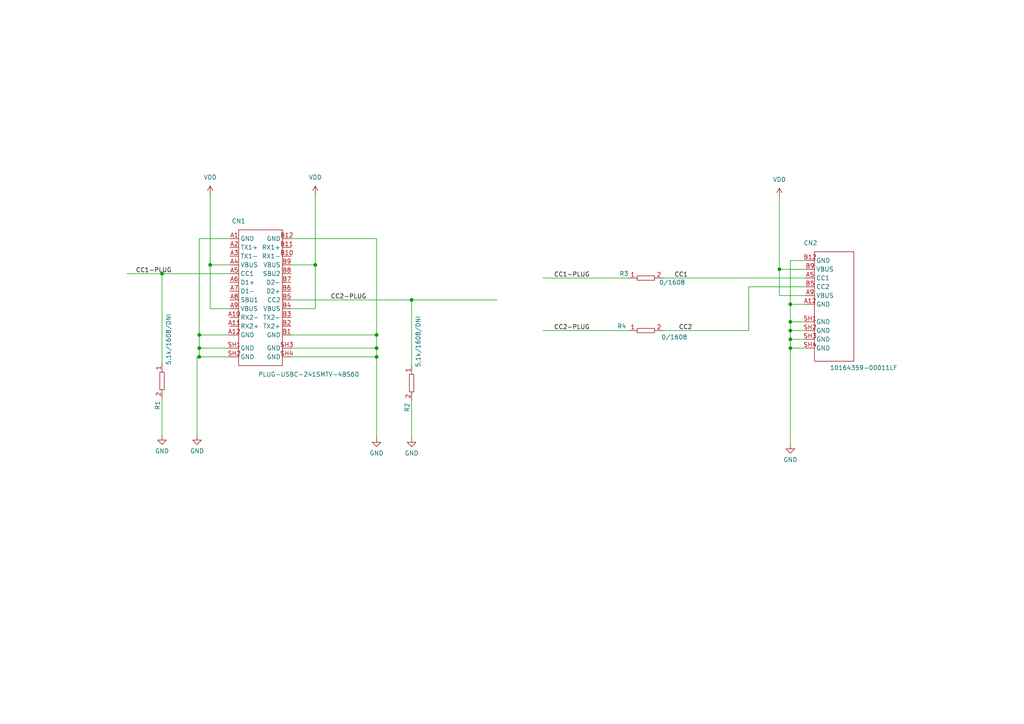
<source format=kicad_sch>
(kicad_sch (version 20230121) (generator eeschema)

  (uuid 51db28b6-3179-4aa9-a0af-a00b50b83245)

  (paper "A4")

  (lib_symbols
    (symbol "Amphenol ICC (FCI):10164359-00011LF" (in_bom yes) (on_board yes)
      (property "Reference" "CN" (at -3.81 16.51 0)
        (effects (font (size 1.27 1.27)))
      )
      (property "Value" "10164359-00011LF" (at 6.35 8.89 0)
        (effects (font (size 1.27 1.27)))
      )
      (property "Footprint" "Amphenol ICC (FCI):AMPHENOL_10164359-00011LF" (at 6.35 8.89 0)
        (effects (font (size 1.27 1.27)) hide)
      )
      (property "Datasheet" "" (at 6.35 8.89 0)
        (effects (font (size 1.27 1.27)) hide)
      )
      (symbol "10164359-00011LF_0_1"
        (rectangle (start -5.08 15.24) (end 6.35 -16.51)
          (stroke (width 0) (type default))
          (fill (type none))
        )
      )
      (symbol "10164359-00011LF_1_1"
        (pin passive line (at 8.89 0 180) (length 2.54)
          (name "GND" (effects (font (size 1.27 1.27))))
          (number "A12" (effects (font (size 1.27 1.27))))
        )
        (pin passive line (at 8.89 7.62 180) (length 2.54)
          (name "CC1" (effects (font (size 1.27 1.27))))
          (number "A5" (effects (font (size 1.27 1.27))))
        )
        (pin passive line (at 8.89 2.54 180) (length 2.54)
          (name "VBUS" (effects (font (size 1.27 1.27))))
          (number "A9" (effects (font (size 1.27 1.27))))
        )
        (pin passive line (at 8.89 12.7 180) (length 2.54)
          (name "GND" (effects (font (size 1.27 1.27))))
          (number "B12" (effects (font (size 1.27 1.27))))
        )
        (pin passive line (at 8.89 5.08 180) (length 2.54)
          (name "CC2" (effects (font (size 1.27 1.27))))
          (number "B5" (effects (font (size 1.27 1.27))))
        )
        (pin passive line (at 8.89 10.16 180) (length 2.54)
          (name "VBUS" (effects (font (size 1.27 1.27))))
          (number "B9" (effects (font (size 1.27 1.27))))
        )
        (pin passive line (at 8.89 -5.08 180) (length 2.54)
          (name "GND" (effects (font (size 1.27 1.27))))
          (number "SH1" (effects (font (size 1.27 1.27))))
        )
        (pin passive line (at 8.89 -7.62 180) (length 2.54)
          (name "GND" (effects (font (size 1.27 1.27))))
          (number "SH2" (effects (font (size 1.27 1.27))))
        )
        (pin passive line (at 8.89 -10.16 180) (length 2.54)
          (name "GND" (effects (font (size 1.27 1.27))))
          (number "SH3" (effects (font (size 1.27 1.27))))
        )
        (pin passive line (at 8.89 -12.7 180) (length 2.54)
          (name "GND" (effects (font (size 1.27 1.27))))
          (number "SH4" (effects (font (size 1.27 1.27))))
        )
      )
    )
    (symbol "GlobTek:PLUG-USBC-241SMTV-4BS60" (in_bom yes) (on_board yes)
      (property "Reference" "CN" (at -6.35 17.78 0)
        (effects (font (size 1.27 1.27)))
      )
      (property "Value" "PLUG-USBC-241SMTV-4BS60" (at 10.16 -26.67 0)
        (effects (font (size 1.27 1.27)))
      )
      (property "Footprint" "GlobTek:PLUG-USBC-241SMTV-4BS60" (at -5.08 -5.08 0)
        (effects (font (size 1.27 1.27)) hide)
      )
      (property "Datasheet" "" (at -11.43 -2.54 0)
        (effects (font (size 1.27 1.27)) hide)
      )
      (symbol "PLUG-USBC-241SMTV-4BS60_0_1"
        (rectangle (start -6.35 16.51) (end 6.35 -22.86)
          (stroke (width 0) (type default))
          (fill (type none))
        )
      )
      (symbol "PLUG-USBC-241SMTV-4BS60_1_1"
        (pin passive line (at -8.89 13.97 0) (length 2.54)
          (name "GND" (effects (font (size 1.27 1.27))))
          (number "A1" (effects (font (size 1.27 1.27))))
        )
        (pin passive line (at -8.89 -8.89 0) (length 2.54)
          (name "RX2-" (effects (font (size 1.27 1.27))))
          (number "A10" (effects (font (size 1.27 1.27))))
        )
        (pin passive line (at -8.89 -11.43 0) (length 2.54)
          (name "RX2+" (effects (font (size 1.27 1.27))))
          (number "A11" (effects (font (size 1.27 1.27))))
        )
        (pin passive line (at -8.89 -13.97 0) (length 2.54)
          (name "GND" (effects (font (size 1.27 1.27))))
          (number "A12" (effects (font (size 1.27 1.27))))
        )
        (pin passive line (at -8.89 11.43 0) (length 2.54)
          (name "TX1+" (effects (font (size 1.27 1.27))))
          (number "A2" (effects (font (size 1.27 1.27))))
        )
        (pin passive line (at -8.89 8.89 0) (length 2.54)
          (name "TX1-" (effects (font (size 1.27 1.27))))
          (number "A3" (effects (font (size 1.27 1.27))))
        )
        (pin passive line (at -8.89 6.35 0) (length 2.54)
          (name "VBUS" (effects (font (size 1.27 1.27))))
          (number "A4" (effects (font (size 1.27 1.27))))
        )
        (pin passive line (at -8.89 3.81 0) (length 2.54)
          (name "CC1" (effects (font (size 1.27 1.27))))
          (number "A5" (effects (font (size 1.27 1.27))))
        )
        (pin passive line (at -8.89 1.27 0) (length 2.54)
          (name "D1+" (effects (font (size 1.27 1.27))))
          (number "A6" (effects (font (size 1.27 1.27))))
        )
        (pin passive line (at -8.89 -1.27 0) (length 2.54)
          (name "D1-" (effects (font (size 1.27 1.27))))
          (number "A7" (effects (font (size 1.27 1.27))))
        )
        (pin passive line (at -8.89 -3.81 0) (length 2.54)
          (name "SBU1" (effects (font (size 1.27 1.27))))
          (number "A8" (effects (font (size 1.27 1.27))))
        )
        (pin passive line (at -8.89 -6.35 0) (length 2.54)
          (name "VBUS" (effects (font (size 1.27 1.27))))
          (number "A9" (effects (font (size 1.27 1.27))))
        )
        (pin passive line (at 8.89 -13.97 180) (length 2.54)
          (name "GND" (effects (font (size 1.27 1.27))))
          (number "B1" (effects (font (size 1.27 1.27))))
        )
        (pin passive line (at 8.89 8.89 180) (length 2.54)
          (name "RX1-" (effects (font (size 1.27 1.27))))
          (number "B10" (effects (font (size 1.27 1.27))))
        )
        (pin passive line (at 8.89 11.43 180) (length 2.54)
          (name "RX1+" (effects (font (size 1.27 1.27))))
          (number "B11" (effects (font (size 1.27 1.27))))
        )
        (pin passive line (at 8.89 13.97 180) (length 2.54)
          (name "GND" (effects (font (size 1.27 1.27))))
          (number "B12" (effects (font (size 1.27 1.27))))
        )
        (pin passive line (at 8.89 -11.43 180) (length 2.54)
          (name "TX2+" (effects (font (size 1.27 1.27))))
          (number "B2" (effects (font (size 1.27 1.27))))
        )
        (pin passive line (at 8.89 -8.89 180) (length 2.54)
          (name "TX2-" (effects (font (size 1.27 1.27))))
          (number "B3" (effects (font (size 1.27 1.27))))
        )
        (pin passive line (at 8.89 -6.35 180) (length 2.54)
          (name "VBUS" (effects (font (size 1.27 1.27))))
          (number "B4" (effects (font (size 1.27 1.27))))
        )
        (pin passive line (at 8.89 -3.81 180) (length 2.54)
          (name "CC2" (effects (font (size 1.27 1.27))))
          (number "B5" (effects (font (size 1.27 1.27))))
        )
        (pin passive line (at 8.89 -1.27 180) (length 2.54)
          (name "D2+" (effects (font (size 1.27 1.27))))
          (number "B6" (effects (font (size 1.27 1.27))))
        )
        (pin passive line (at 8.89 1.27 180) (length 2.54)
          (name "D2-" (effects (font (size 1.27 1.27))))
          (number "B7" (effects (font (size 1.27 1.27))))
        )
        (pin passive line (at 8.89 3.81 180) (length 2.54)
          (name "SBU2" (effects (font (size 1.27 1.27))))
          (number "B8" (effects (font (size 1.27 1.27))))
        )
        (pin passive line (at 8.89 6.35 180) (length 2.54)
          (name "VBUS" (effects (font (size 1.27 1.27))))
          (number "B9" (effects (font (size 1.27 1.27))))
        )
        (pin passive line (at -8.89 -17.78 0) (length 2.54)
          (name "GND" (effects (font (size 1.27 1.27))))
          (number "SH1" (effects (font (size 1.27 1.27))))
        )
        (pin passive line (at -8.89 -20.32 0) (length 2.54)
          (name "GND" (effects (font (size 1.27 1.27))))
          (number "SH2" (effects (font (size 1.27 1.27))))
        )
        (pin passive line (at 8.89 -17.78 180) (length 2.54)
          (name "GND" (effects (font (size 1.27 1.27))))
          (number "SH3" (effects (font (size 1.27 1.27))))
        )
        (pin passive line (at 8.89 -20.32 180) (length 2.54)
          (name "GND" (effects (font (size 1.27 1.27))))
          (number "SH4" (effects (font (size 1.27 1.27))))
        )
      )
    )
    (symbol "generic:R1608" (pin_names hide) (in_bom yes) (on_board yes)
      (property "Reference" "R" (at -8.255 1.27 0)
        (effects (font (size 1.27 1.27)))
      )
      (property "Value" "" (at 0 0 0)
        (effects (font (size 1.27 1.27)))
      )
      (property "Footprint" "generic:generic-r1608" (at 0 0 0)
        (effects (font (size 1.27 1.27)) hide)
      )
      (property "Datasheet" "" (at 0 0 0)
        (effects (font (size 1.27 1.27)) hide)
      )
      (symbol "R1608_0_1"
        (rectangle (start -2.54 0.635) (end 2.54 -0.635)
          (stroke (width 0) (type default))
          (fill (type none))
        )
      )
      (symbol "R1608_1_1"
        (pin passive line (at -5.08 0 0) (length 2.54)
          (name "1" (effects (font (size 1.27 1.27))))
          (number "1" (effects (font (size 1.27 1.27))))
        )
        (pin passive line (at 5.08 0 180) (length 2.54)
          (name "2" (effects (font (size 1.27 1.27))))
          (number "2" (effects (font (size 1.27 1.27))))
        )
      )
    )
    (symbol "generic:R1608-DNI" (pin_names hide) (in_bom yes) (on_board yes)
      (property "Reference" "R" (at -8.255 1.27 0)
        (effects (font (size 1.27 1.27)))
      )
      (property "Value" "" (at 0 0 0)
        (effects (font (size 1.27 1.27)))
      )
      (property "Footprint" "generic:generic-r1608-DNI" (at 0 0 0)
        (effects (font (size 1.27 1.27)) hide)
      )
      (property "Datasheet" "" (at 0 0 0)
        (effects (font (size 1.27 1.27)) hide)
      )
      (symbol "R1608-DNI_0_1"
        (rectangle (start -2.54 0.635) (end 2.54 -0.635)
          (stroke (width 0) (type default))
          (fill (type none))
        )
      )
      (symbol "R1608-DNI_1_1"
        (pin passive line (at -5.08 0 0) (length 2.54)
          (name "1" (effects (font (size 1.27 1.27))))
          (number "1" (effects (font (size 1.27 1.27))))
        )
        (pin passive line (at 5.08 0 180) (length 2.54)
          (name "2" (effects (font (size 1.27 1.27))))
          (number "2" (effects (font (size 1.27 1.27))))
        )
      )
    )
    (symbol "power:GND" (power) (pin_names (offset 0)) (in_bom yes) (on_board yes)
      (property "Reference" "#PWR" (at 0 -6.35 0)
        (effects (font (size 1.27 1.27)) hide)
      )
      (property "Value" "GND" (at 0 -3.81 0)
        (effects (font (size 1.27 1.27)))
      )
      (property "Footprint" "" (at 0 0 0)
        (effects (font (size 1.27 1.27)) hide)
      )
      (property "Datasheet" "" (at 0 0 0)
        (effects (font (size 1.27 1.27)) hide)
      )
      (property "ki_keywords" "global power" (at 0 0 0)
        (effects (font (size 1.27 1.27)) hide)
      )
      (property "ki_description" "Power symbol creates a global label with name \"GND\" , ground" (at 0 0 0)
        (effects (font (size 1.27 1.27)) hide)
      )
      (symbol "GND_0_1"
        (polyline
          (pts
            (xy 0 0)
            (xy 0 -1.27)
            (xy 1.27 -1.27)
            (xy 0 -2.54)
            (xy -1.27 -1.27)
            (xy 0 -1.27)
          )
          (stroke (width 0) (type default))
          (fill (type none))
        )
      )
      (symbol "GND_1_1"
        (pin power_in line (at 0 0 270) (length 0) hide
          (name "GND" (effects (font (size 1.27 1.27))))
          (number "1" (effects (font (size 1.27 1.27))))
        )
      )
    )
    (symbol "power:VDD" (power) (pin_names (offset 0)) (in_bom yes) (on_board yes)
      (property "Reference" "#PWR" (at 0 -3.81 0)
        (effects (font (size 1.27 1.27)) hide)
      )
      (property "Value" "VDD" (at 0 3.81 0)
        (effects (font (size 1.27 1.27)))
      )
      (property "Footprint" "" (at 0 0 0)
        (effects (font (size 1.27 1.27)) hide)
      )
      (property "Datasheet" "" (at 0 0 0)
        (effects (font (size 1.27 1.27)) hide)
      )
      (property "ki_keywords" "global power" (at 0 0 0)
        (effects (font (size 1.27 1.27)) hide)
      )
      (property "ki_description" "Power symbol creates a global label with name \"VDD\"" (at 0 0 0)
        (effects (font (size 1.27 1.27)) hide)
      )
      (symbol "VDD_0_1"
        (polyline
          (pts
            (xy -0.762 1.27)
            (xy 0 2.54)
          )
          (stroke (width 0) (type default))
          (fill (type none))
        )
        (polyline
          (pts
            (xy 0 0)
            (xy 0 2.54)
          )
          (stroke (width 0) (type default))
          (fill (type none))
        )
        (polyline
          (pts
            (xy 0 2.54)
            (xy 0.762 1.27)
          )
          (stroke (width 0) (type default))
          (fill (type none))
        )
      )
      (symbol "VDD_1_1"
        (pin power_in line (at 0 0 90) (length 0) hide
          (name "VDD" (effects (font (size 1.27 1.27))))
          (number "1" (effects (font (size 1.27 1.27))))
        )
      )
    )
  )

  (junction (at 229.235 98.425) (diameter 0) (color 0 0 0 0)
    (uuid 01282d99-7d45-4713-b4b5-bd918b87ea94)
  )
  (junction (at 57.785 97.155) (diameter 0) (color 0 0 0 0)
    (uuid 124379ec-cd8e-4913-a438-9769a62d6b11)
  )
  (junction (at 229.235 95.885) (diameter 0) (color 0 0 0 0)
    (uuid 1b630d0f-03f2-451e-9b9e-f76e7986409b)
  )
  (junction (at 57.785 103.505) (diameter 0) (color 0 0 0 0)
    (uuid 1c42c0e3-97b4-47d1-ab9f-c5733cad00fe)
  )
  (junction (at 57.785 100.965) (diameter 0) (color 0 0 0 0)
    (uuid 2b398383-6220-4226-b21f-5636550d3546)
  )
  (junction (at 226.06 78.105) (diameter 0) (color 0 0 0 0)
    (uuid 344dacac-5f41-419b-a4e5-39c786a2aee7)
  )
  (junction (at 119.38 86.995) (diameter 0) (color 0 0 0 0)
    (uuid 4276ba27-d181-4445-85a0-d4383713f916)
  )
  (junction (at 229.235 88.265) (diameter 0) (color 0 0 0 0)
    (uuid 57280916-e9f6-46bf-84f0-ee0730d5e5f4)
  )
  (junction (at 109.22 97.155) (diameter 0) (color 0 0 0 0)
    (uuid 5b6d085b-e195-4800-ac71-53a35c799d9b)
  )
  (junction (at 60.96 76.835) (diameter 0) (color 0 0 0 0)
    (uuid 626e024f-3a11-457c-992b-f0064edba15c)
  )
  (junction (at 109.22 100.965) (diameter 0) (color 0 0 0 0)
    (uuid 7ca64e39-e4e6-4633-9ebc-a349bd3f210f)
  )
  (junction (at 91.44 76.835) (diameter 0) (color 0 0 0 0)
    (uuid 9334a3df-b840-4d7a-a6cd-d8d36860f392)
  )
  (junction (at 109.22 103.505) (diameter 0) (color 0 0 0 0)
    (uuid ba0f4052-f167-44a0-97c2-e2243bc99d46)
  )
  (junction (at 46.99 79.375) (diameter 0) (color 0 0 0 0)
    (uuid bbc9f98f-cfcd-4a0d-8fe6-77977bd144ba)
  )
  (junction (at 229.235 100.965) (diameter 0) (color 0 0 0 0)
    (uuid bd8ac89d-14ed-4cd7-bbe5-567fcf5462ff)
  )
  (junction (at 229.235 93.345) (diameter 0) (color 0 0 0 0)
    (uuid c130b181-50a9-48f2-9a28-d3ca8c6d59a2)
  )

  (wire (pts (xy 57.785 103.505) (xy 57.785 100.965))
    (stroke (width 0) (type default))
    (uuid 07fbe81d-556d-45af-9086-5cc9ac3c8259)
  )
  (wire (pts (xy 229.235 88.265) (xy 229.235 93.345))
    (stroke (width 0) (type default))
    (uuid 10111a29-99f3-4a57-a1e9-16837ee07ac7)
  )
  (wire (pts (xy 57.15 126.365) (xy 57.15 103.505))
    (stroke (width 0) (type default))
    (uuid 163691ca-cfba-45a8-a828-bbd92e78d439)
  )
  (wire (pts (xy 60.96 56.515) (xy 60.96 76.835))
    (stroke (width 0) (type default))
    (uuid 16899bf1-fad0-43c5-b610-1b090b12fd69)
  )
  (wire (pts (xy 109.22 97.155) (xy 109.22 69.215))
    (stroke (width 0) (type default))
    (uuid 21f2d3f3-e686-432e-8263-2cabfef4b086)
  )
  (wire (pts (xy 91.44 76.835) (xy 91.44 89.535))
    (stroke (width 0) (type default))
    (uuid 264d8e37-119b-45e4-ac7a-4ab2b6b02183)
  )
  (wire (pts (xy 84.455 76.835) (xy 91.44 76.835))
    (stroke (width 0) (type default))
    (uuid 29b6b36d-15ec-4502-b5e6-e0a74efbf0f4)
  )
  (wire (pts (xy 109.22 100.965) (xy 109.22 97.155))
    (stroke (width 0) (type default))
    (uuid 3178cc58-7458-41b6-a8f3-afc62d3f4d08)
  )
  (wire (pts (xy 109.22 127) (xy 109.22 103.505))
    (stroke (width 0) (type default))
    (uuid 3d6649aa-2d4b-48f8-b5ef-e76f18f369f7)
  )
  (wire (pts (xy 57.785 103.505) (xy 66.675 103.505))
    (stroke (width 0) (type default))
    (uuid 4290a7e4-2298-4d62-aee2-40b31d7984fc)
  )
  (wire (pts (xy 226.06 57.15) (xy 226.06 78.105))
    (stroke (width 0) (type default))
    (uuid 481f176b-b68b-49a8-b601-0d18585a26bb)
  )
  (wire (pts (xy 157.48 95.885) (xy 182.245 95.885))
    (stroke (width 0) (type default))
    (uuid 497414f8-ef28-4871-867c-82c8561d528d)
  )
  (wire (pts (xy 229.235 100.965) (xy 229.235 128.905))
    (stroke (width 0) (type default))
    (uuid 4c57e3b1-37d1-4a60-89ed-66671af94578)
  )
  (wire (pts (xy 119.38 127) (xy 119.38 116.205))
    (stroke (width 0) (type default))
    (uuid 4e89679c-9cb5-453b-93db-a5fbcc7208e7)
  )
  (wire (pts (xy 226.06 78.105) (xy 233.68 78.105))
    (stroke (width 0) (type default))
    (uuid 516d3c7e-1fe0-4393-b403-cd2f055ad640)
  )
  (wire (pts (xy 91.44 89.535) (xy 84.455 89.535))
    (stroke (width 0) (type default))
    (uuid 5336ab8d-9220-4f61-8a95-526869fb8830)
  )
  (wire (pts (xy 60.96 76.835) (xy 66.675 76.835))
    (stroke (width 0) (type default))
    (uuid 5a5e93c6-9cda-466a-9689-2c960f3d23c4)
  )
  (wire (pts (xy 109.22 69.215) (xy 84.455 69.215))
    (stroke (width 0) (type default))
    (uuid 5d889a74-a81b-4a46-ae1a-f6045ca106b9)
  )
  (wire (pts (xy 233.68 85.725) (xy 226.06 85.725))
    (stroke (width 0) (type default))
    (uuid 5e8fbdf4-daf7-4a58-a69d-3366b683b824)
  )
  (wire (pts (xy 119.38 86.995) (xy 144.145 86.995))
    (stroke (width 0) (type default))
    (uuid 6909a671-3716-4f92-b907-b4a181eb72ae)
  )
  (wire (pts (xy 229.235 93.345) (xy 233.68 93.345))
    (stroke (width 0) (type default))
    (uuid 6c6f18c4-9bc4-4996-95ef-c95dad445c88)
  )
  (wire (pts (xy 157.48 80.645) (xy 182.245 80.645))
    (stroke (width 0) (type default))
    (uuid 6ef9f82d-3f25-40cc-812e-b16c52a0f462)
  )
  (wire (pts (xy 57.785 97.155) (xy 57.785 69.215))
    (stroke (width 0) (type default))
    (uuid 70bdc3a0-e3e1-449f-a2cc-d11f69896176)
  )
  (wire (pts (xy 229.235 100.965) (xy 233.68 100.965))
    (stroke (width 0) (type default))
    (uuid 72e70da4-9612-4235-b1e5-c44c15602331)
  )
  (wire (pts (xy 91.44 56.515) (xy 91.44 76.835))
    (stroke (width 0) (type default))
    (uuid 76024b56-5a96-4fd9-b6fe-e42b2c94f8c5)
  )
  (wire (pts (xy 60.96 89.535) (xy 60.96 76.835))
    (stroke (width 0) (type default))
    (uuid 76572a8a-8c80-40f6-a115-9e18fa6eefa7)
  )
  (wire (pts (xy 57.15 103.505) (xy 57.785 103.505))
    (stroke (width 0) (type default))
    (uuid 7710a1dc-2991-49cb-b653-b53ebbaa2d13)
  )
  (wire (pts (xy 233.68 75.565) (xy 229.235 75.565))
    (stroke (width 0) (type default))
    (uuid 7c72f3c6-2bd3-4c4e-9c1b-04f95e349fdd)
  )
  (wire (pts (xy 229.235 93.345) (xy 229.235 95.885))
    (stroke (width 0) (type default))
    (uuid 8487f679-3f94-4ade-8647-234d96f78118)
  )
  (wire (pts (xy 57.785 69.215) (xy 66.675 69.215))
    (stroke (width 0) (type default))
    (uuid 8a9ce5d1-6676-4d1e-814a-af9b600efc69)
  )
  (wire (pts (xy 229.235 75.565) (xy 229.235 88.265))
    (stroke (width 0) (type default))
    (uuid 8d982af7-c6aa-47f1-876c-5d34a1a64e71)
  )
  (wire (pts (xy 84.455 100.965) (xy 109.22 100.965))
    (stroke (width 0) (type default))
    (uuid 8dea2135-0404-4961-b0f8-67b2cc1caa5c)
  )
  (wire (pts (xy 36.83 79.375) (xy 46.99 79.375))
    (stroke (width 0) (type default))
    (uuid 8e668cd4-b4d9-4f32-b98b-48cec158b548)
  )
  (wire (pts (xy 192.405 80.645) (xy 233.68 80.645))
    (stroke (width 0) (type default))
    (uuid 909b1915-c0c2-4ab1-9d31-61399362a5f3)
  )
  (wire (pts (xy 46.99 79.375) (xy 66.675 79.375))
    (stroke (width 0) (type default))
    (uuid 90de23bf-0544-45da-ae6a-8a1c4112f267)
  )
  (wire (pts (xy 84.455 103.505) (xy 109.22 103.505))
    (stroke (width 0) (type default))
    (uuid 9399faeb-6c1e-4233-ae3c-1b7f225019db)
  )
  (wire (pts (xy 109.22 103.505) (xy 109.22 100.965))
    (stroke (width 0) (type default))
    (uuid 997d575e-8210-420c-855a-9598136859be)
  )
  (wire (pts (xy 226.06 85.725) (xy 226.06 78.105))
    (stroke (width 0) (type default))
    (uuid a15a7e6d-5aac-4cc4-a375-000545047a89)
  )
  (wire (pts (xy 229.235 95.885) (xy 229.235 98.425))
    (stroke (width 0) (type default))
    (uuid a5e6a47c-2a1e-494a-aa98-572ce193f08a)
  )
  (wire (pts (xy 233.68 88.265) (xy 229.235 88.265))
    (stroke (width 0) (type default))
    (uuid aeb73083-abbc-4154-adce-c5a60d3379c6)
  )
  (wire (pts (xy 84.455 97.155) (xy 109.22 97.155))
    (stroke (width 0) (type default))
    (uuid b7bea384-15b4-4259-8af3-551d09ef7968)
  )
  (wire (pts (xy 192.405 95.885) (xy 217.17 95.885))
    (stroke (width 0) (type default))
    (uuid bbb2d2a6-3912-4534-a2e8-c0f39c89af23)
  )
  (wire (pts (xy 57.785 97.155) (xy 66.675 97.155))
    (stroke (width 0) (type default))
    (uuid bc54d596-1fe8-44db-b1cd-99d822e863a6)
  )
  (wire (pts (xy 46.99 79.375) (xy 46.99 105.41))
    (stroke (width 0) (type default))
    (uuid bcabbd78-321b-4e03-a7f1-9aefcaa99fef)
  )
  (wire (pts (xy 84.455 86.995) (xy 119.38 86.995))
    (stroke (width 0) (type default))
    (uuid c93256b4-ce1d-451f-bf6c-8cc87cf6dba7)
  )
  (wire (pts (xy 119.38 86.995) (xy 119.38 106.045))
    (stroke (width 0) (type default))
    (uuid caa6d20c-2886-4ff7-a735-76d024f422cf)
  )
  (wire (pts (xy 229.235 95.885) (xy 233.68 95.885))
    (stroke (width 0) (type default))
    (uuid d1e42376-8365-44b8-8ab6-0d94f1cc6b65)
  )
  (wire (pts (xy 217.17 83.185) (xy 217.17 95.885))
    (stroke (width 0) (type default))
    (uuid d4a87008-a003-48d6-9790-5c75ae784837)
  )
  (wire (pts (xy 57.785 100.965) (xy 66.675 100.965))
    (stroke (width 0) (type default))
    (uuid d9154307-981a-4477-9844-27b015677b28)
  )
  (wire (pts (xy 233.68 83.185) (xy 217.17 83.185))
    (stroke (width 0) (type default))
    (uuid de9ef682-2097-4b34-b5a3-c7049c2f0812)
  )
  (wire (pts (xy 57.785 100.965) (xy 57.785 97.155))
    (stroke (width 0) (type default))
    (uuid e596f01a-0c31-417d-b185-03354ff993c0)
  )
  (wire (pts (xy 229.235 98.425) (xy 233.68 98.425))
    (stroke (width 0) (type default))
    (uuid e6955a73-ca12-486e-aa92-8bcc30915fd1)
  )
  (wire (pts (xy 66.675 89.535) (xy 60.96 89.535))
    (stroke (width 0) (type default))
    (uuid f3a69cc0-ab27-4b06-8b4f-fd565a01306e)
  )
  (wire (pts (xy 46.99 115.57) (xy 46.99 126.365))
    (stroke (width 0) (type default))
    (uuid f6cccc8c-e353-4e80-8edc-db427c9d29cf)
  )
  (wire (pts (xy 229.235 98.425) (xy 229.235 100.965))
    (stroke (width 0) (type default))
    (uuid f7f51597-14a5-4b7e-891e-8447900b5f4e)
  )

  (label "CC1" (at 195.58 80.645 0) (fields_autoplaced)
    (effects (font (size 1.27 1.27)) (justify left bottom))
    (uuid 3cef1756-cbc9-4ec1-8482-0d1b5a8f85fa)
  )
  (label "CC2" (at 196.85 95.885 0) (fields_autoplaced)
    (effects (font (size 1.27 1.27)) (justify left bottom))
    (uuid 50e02e6c-c376-4bd4-9092-6ebc315f7a45)
  )
  (label "CC2-PLUG" (at 160.655 95.885 0) (fields_autoplaced)
    (effects (font (size 1.27 1.27)) (justify left bottom))
    (uuid 6a75a155-574f-4839-9335-45c54e53af31)
  )
  (label "CC1-PLUG" (at 39.37 79.375 0) (fields_autoplaced)
    (effects (font (size 1.27 1.27)) (justify left bottom))
    (uuid 6d7d0b7e-8d79-498b-903e-b1b99187ea4b)
  )
  (label "CC1-PLUG" (at 160.655 80.645 0) (fields_autoplaced)
    (effects (font (size 1.27 1.27)) (justify left bottom))
    (uuid 9dd7eb31-ad3b-41b6-aa47-1bdc9bf66022)
  )
  (label "CC2-PLUG" (at 95.885 86.995 0) (fields_autoplaced)
    (effects (font (size 1.27 1.27)) (justify left bottom))
    (uuid ecbfda2f-c89a-4426-a280-8b636696c2af)
  )

  (symbol (lib_id "generic:R1608") (at 187.325 80.645 0) (unit 1)
    (in_bom yes) (on_board yes) (dnp no)
    (uuid 19256f24-85a6-4a51-a6f4-b2e5286bd647)
    (property "Reference" "R3" (at 180.975 79.375 0)
      (effects (font (size 1.27 1.27)))
    )
    (property "Value" "0/1608" (at 194.945 81.915 0)
      (effects (font (size 1.27 1.27)))
    )
    (property "Footprint" "generic:generic-r1608" (at 187.325 80.645 0)
      (effects (font (size 1.27 1.27)) hide)
    )
    (property "Datasheet" "" (at 187.325 80.645 0)
      (effects (font (size 1.27 1.27)) hide)
    )
    (pin "1" (uuid 0240e39e-7baa-4039-9c35-028cc10a87fe))
    (pin "2" (uuid 5ca450f8-0df3-4c31-8d30-5d52b491667a))
    (instances
      (project "JUICEJACK-DEFENDER"
        (path "/51db28b6-3179-4aa9-a0af-a00b50b83245"
          (reference "R3") (unit 1)
        )
      )
    )
  )

  (symbol (lib_id "power:GND") (at 229.235 128.905 0) (unit 1)
    (in_bom yes) (on_board yes) (dnp no) (fields_autoplaced)
    (uuid 1dc1c9be-da1b-451c-b74c-3893aa94d5b8)
    (property "Reference" "#PWR03" (at 229.235 135.255 0)
      (effects (font (size 1.27 1.27)) hide)
    )
    (property "Value" "GND" (at 229.235 133.35 0)
      (effects (font (size 1.27 1.27)))
    )
    (property "Footprint" "" (at 229.235 128.905 0)
      (effects (font (size 1.27 1.27)) hide)
    )
    (property "Datasheet" "" (at 229.235 128.905 0)
      (effects (font (size 1.27 1.27)) hide)
    )
    (pin "1" (uuid 73fd4f9c-4a4d-407e-8cc2-79cfd28d70ee))
    (instances
      (project "JUICEJACK-DEFENDER"
        (path "/51db28b6-3179-4aa9-a0af-a00b50b83245"
          (reference "#PWR03") (unit 1)
        )
      )
    )
  )

  (symbol (lib_id "power:VDD") (at 91.44 56.515 0) (unit 1)
    (in_bom yes) (on_board yes) (dnp no) (fields_autoplaced)
    (uuid 3fdcdca3-5279-41b8-b4a4-b3ab07d67901)
    (property "Reference" "#PWR04" (at 91.44 60.325 0)
      (effects (font (size 1.27 1.27)) hide)
    )
    (property "Value" "VDD" (at 91.44 51.435 0)
      (effects (font (size 1.27 1.27)))
    )
    (property "Footprint" "" (at 91.44 56.515 0)
      (effects (font (size 1.27 1.27)) hide)
    )
    (property "Datasheet" "" (at 91.44 56.515 0)
      (effects (font (size 1.27 1.27)) hide)
    )
    (pin "1" (uuid 5113b3c3-9a89-4015-82ff-47030f74ff6d))
    (instances
      (project "JUICEJACK-DEFENDER"
        (path "/51db28b6-3179-4aa9-a0af-a00b50b83245"
          (reference "#PWR04") (unit 1)
        )
      )
    )
  )

  (symbol (lib_id "power:GND") (at 46.99 126.365 0) (unit 1)
    (in_bom yes) (on_board yes) (dnp no) (fields_autoplaced)
    (uuid 5046a327-4a6b-4eba-bc40-b648f3d0d145)
    (property "Reference" "#PWR07" (at 46.99 132.715 0)
      (effects (font (size 1.27 1.27)) hide)
    )
    (property "Value" "GND" (at 46.99 130.81 0)
      (effects (font (size 1.27 1.27)))
    )
    (property "Footprint" "" (at 46.99 126.365 0)
      (effects (font (size 1.27 1.27)) hide)
    )
    (property "Datasheet" "" (at 46.99 126.365 0)
      (effects (font (size 1.27 1.27)) hide)
    )
    (pin "1" (uuid 6ce253af-84ac-490e-81e4-f8bfeb6de253))
    (instances
      (project "JUICEJACK-DEFENDER"
        (path "/51db28b6-3179-4aa9-a0af-a00b50b83245"
          (reference "#PWR07") (unit 1)
        )
      )
    )
  )

  (symbol (lib_id "power:GND") (at 109.22 127 0) (unit 1)
    (in_bom yes) (on_board yes) (dnp no) (fields_autoplaced)
    (uuid 73369157-42d2-44b0-813d-26441b98af90)
    (property "Reference" "#PWR01" (at 109.22 133.35 0)
      (effects (font (size 1.27 1.27)) hide)
    )
    (property "Value" "GND" (at 109.22 131.445 0)
      (effects (font (size 1.27 1.27)))
    )
    (property "Footprint" "" (at 109.22 127 0)
      (effects (font (size 1.27 1.27)) hide)
    )
    (property "Datasheet" "" (at 109.22 127 0)
      (effects (font (size 1.27 1.27)) hide)
    )
    (pin "1" (uuid 90d5ec96-2d18-4047-9968-f48d86cc5918))
    (instances
      (project "JUICEJACK-DEFENDER"
        (path "/51db28b6-3179-4aa9-a0af-a00b50b83245"
          (reference "#PWR01") (unit 1)
        )
      )
    )
  )

  (symbol (lib_id "generic:R1608-DNI") (at 46.99 110.49 270) (unit 1)
    (in_bom yes) (on_board yes) (dnp no)
    (uuid 785e75c3-9f6a-49c9-aff7-f5620dfff9a0)
    (property "Reference" "R1" (at 45.72 116.205 0)
      (effects (font (size 1.27 1.27)) (justify left))
    )
    (property "Value" "5.1k/1608/DNI" (at 48.895 98.425 0)
      (effects (font (size 1.27 1.27)))
    )
    (property "Footprint" "generic:generic-r1608-DNI" (at 46.99 110.49 0)
      (effects (font (size 1.27 1.27)) hide)
    )
    (property "Datasheet" "" (at 46.99 110.49 0)
      (effects (font (size 1.27 1.27)) hide)
    )
    (pin "2" (uuid 1a0a9ce5-6a5e-41ea-bbf5-1bda60dc9bda))
    (pin "1" (uuid 524e91de-c92c-4426-af11-667e8c209b3c))
    (instances
      (project "JUICEJACK-DEFENDER"
        (path "/51db28b6-3179-4aa9-a0af-a00b50b83245"
          (reference "R1") (unit 1)
        )
      )
    )
  )

  (symbol (lib_id "power:VDD") (at 226.06 57.15 0) (unit 1)
    (in_bom yes) (on_board yes) (dnp no) (fields_autoplaced)
    (uuid 801e8073-4660-4dcf-bd5e-974940c8383a)
    (property "Reference" "#PWR06" (at 226.06 60.96 0)
      (effects (font (size 1.27 1.27)) hide)
    )
    (property "Value" "VDD" (at 226.06 52.07 0)
      (effects (font (size 1.27 1.27)))
    )
    (property "Footprint" "" (at 226.06 57.15 0)
      (effects (font (size 1.27 1.27)) hide)
    )
    (property "Datasheet" "" (at 226.06 57.15 0)
      (effects (font (size 1.27 1.27)) hide)
    )
    (pin "1" (uuid 15295b21-09f5-42a3-8971-bcf738630f32))
    (instances
      (project "JUICEJACK-DEFENDER"
        (path "/51db28b6-3179-4aa9-a0af-a00b50b83245"
          (reference "#PWR06") (unit 1)
        )
      )
    )
  )

  (symbol (lib_id "power:GND") (at 57.15 126.365 0) (unit 1)
    (in_bom yes) (on_board yes) (dnp no) (fields_autoplaced)
    (uuid 9ceda01a-1bec-4e44-af55-ebcd85801360)
    (property "Reference" "#PWR02" (at 57.15 132.715 0)
      (effects (font (size 1.27 1.27)) hide)
    )
    (property "Value" "GND" (at 57.15 130.81 0)
      (effects (font (size 1.27 1.27)))
    )
    (property "Footprint" "" (at 57.15 126.365 0)
      (effects (font (size 1.27 1.27)) hide)
    )
    (property "Datasheet" "" (at 57.15 126.365 0)
      (effects (font (size 1.27 1.27)) hide)
    )
    (pin "1" (uuid f068f9f4-6fd3-4965-8923-235c6b21daa7))
    (instances
      (project "JUICEJACK-DEFENDER"
        (path "/51db28b6-3179-4aa9-a0af-a00b50b83245"
          (reference "#PWR02") (unit 1)
        )
      )
    )
  )

  (symbol (lib_id "generic:R1608-DNI") (at 119.38 111.125 270) (unit 1)
    (in_bom yes) (on_board yes) (dnp no)
    (uuid c974468f-8ede-4eaa-a675-b2a5641162d7)
    (property "Reference" "R2" (at 118.11 116.84 0)
      (effects (font (size 1.27 1.27)) (justify left))
    )
    (property "Value" "5.1k/1608/DNI" (at 121.285 99.06 0)
      (effects (font (size 1.27 1.27)))
    )
    (property "Footprint" "generic:generic-r1608-DNI" (at 119.38 111.125 0)
      (effects (font (size 1.27 1.27)) hide)
    )
    (property "Datasheet" "" (at 119.38 111.125 0)
      (effects (font (size 1.27 1.27)) hide)
    )
    (pin "2" (uuid 055e3c37-86d6-48e0-8aa9-d2d152f511d0))
    (pin "1" (uuid 6596c7e6-0afc-48ee-956d-fa0f562388e9))
    (instances
      (project "JUICEJACK-DEFENDER"
        (path "/51db28b6-3179-4aa9-a0af-a00b50b83245"
          (reference "R2") (unit 1)
        )
      )
    )
  )

  (symbol (lib_id "power:VDD") (at 60.96 56.515 0) (unit 1)
    (in_bom yes) (on_board yes) (dnp no) (fields_autoplaced)
    (uuid ca851985-5839-4a8b-9d0a-d97aa80d7428)
    (property "Reference" "#PWR05" (at 60.96 60.325 0)
      (effects (font (size 1.27 1.27)) hide)
    )
    (property "Value" "VDD" (at 60.96 51.435 0)
      (effects (font (size 1.27 1.27)))
    )
    (property "Footprint" "" (at 60.96 56.515 0)
      (effects (font (size 1.27 1.27)) hide)
    )
    (property "Datasheet" "" (at 60.96 56.515 0)
      (effects (font (size 1.27 1.27)) hide)
    )
    (pin "1" (uuid 475e3f65-cf53-40c3-bbed-9c2fd4d949b3))
    (instances
      (project "JUICEJACK-DEFENDER"
        (path "/51db28b6-3179-4aa9-a0af-a00b50b83245"
          (reference "#PWR05") (unit 1)
        )
      )
    )
  )

  (symbol (lib_id "power:GND") (at 119.38 127 0) (unit 1)
    (in_bom yes) (on_board yes) (dnp no) (fields_autoplaced)
    (uuid cc5beaf4-ee37-4093-98a8-fc0b2c97cfed)
    (property "Reference" "#PWR08" (at 119.38 133.35 0)
      (effects (font (size 1.27 1.27)) hide)
    )
    (property "Value" "GND" (at 119.38 131.445 0)
      (effects (font (size 1.27 1.27)))
    )
    (property "Footprint" "" (at 119.38 127 0)
      (effects (font (size 1.27 1.27)) hide)
    )
    (property "Datasheet" "" (at 119.38 127 0)
      (effects (font (size 1.27 1.27)) hide)
    )
    (pin "1" (uuid ba35e99a-609e-44c8-ac93-1c8d1b9ea600))
    (instances
      (project "JUICEJACK-DEFENDER"
        (path "/51db28b6-3179-4aa9-a0af-a00b50b83245"
          (reference "#PWR08") (unit 1)
        )
      )
    )
  )

  (symbol (lib_id "GlobTek:PLUG-USBC-241SMTV-4BS60") (at 75.565 83.185 0) (unit 1)
    (in_bom yes) (on_board yes) (dnp no)
    (uuid dd71fba8-8f52-487e-b085-4e9e2c7dc23f)
    (property "Reference" "CN1" (at 69.215 64.135 0)
      (effects (font (size 1.27 1.27)))
    )
    (property "Value" "PLUG-USBC-241SMTV-4BS60" (at 89.535 108.585 0)
      (effects (font (size 1.27 1.27)))
    )
    (property "Footprint" "GlobTek:PLUG-USBC-241SMTV-4BS60" (at 70.485 88.265 0)
      (effects (font (size 1.27 1.27)) hide)
    )
    (property "Datasheet" "" (at 64.135 85.725 0)
      (effects (font (size 1.27 1.27)) hide)
    )
    (pin "B5" (uuid 7814a7e0-028f-4c1b-8607-7b069522eb2d))
    (pin "B8" (uuid a8bafd53-9695-4ee1-aa60-9cdd74ceb23a))
    (pin "SH2" (uuid c3e7f73a-8baf-4656-bffa-abbf77e22f64))
    (pin "A7" (uuid 060d39ff-f7f0-49aa-adfa-991f49e145fd))
    (pin "SH3" (uuid f557c625-2ba5-4ac9-a32c-010d1e3262b7))
    (pin "B12" (uuid b7e166e2-5fa4-4bc7-b1a4-019c1b4a0854))
    (pin "SH1" (uuid 36f3d1a6-8aa2-46d4-a4e7-6e0491a89e09))
    (pin "B7" (uuid fb709530-2392-4184-b64b-40836eed1928))
    (pin "A11" (uuid 4b53f6dd-2758-42de-bed5-f836ff2d2c59))
    (pin "A2" (uuid 08235845-de06-4e13-9913-c48694f90fc7))
    (pin "A5" (uuid b99c0cdc-5e8e-45fa-bf5a-8cf3b5880a56))
    (pin "A8" (uuid 868fb97e-39c0-4db1-b35f-ed8f311051a5))
    (pin "A4" (uuid 8bc84d56-ff97-45fe-aa2b-bb03fc474d20))
    (pin "A9" (uuid 3a8b9050-e0bd-435d-bf7e-ee63329acb2e))
    (pin "A1" (uuid 66f4bf3c-ebd7-4f93-baa6-74ca7439bf20))
    (pin "A3" (uuid f7b099b8-c331-4530-9a99-39adba2522f6))
    (pin "B1" (uuid a7d6e5ea-d393-4e8c-ae9d-df1f97b1cb8d))
    (pin "B10" (uuid 5c9b017b-6d81-440a-b250-6dc4571d43db))
    (pin "A12" (uuid 2e674b7a-8869-4456-af57-2f6c9327621e))
    (pin "B2" (uuid 94247736-8ae6-43b2-a5ef-565a07983a28))
    (pin "B3" (uuid 1d56d882-2aaf-4c2e-92ba-c154bf79c2ad))
    (pin "B4" (uuid 5a51a033-f02e-4075-ab49-bff669b65882))
    (pin "B6" (uuid 8b052cc8-375f-46f4-9b71-ba86c9adcb2f))
    (pin "A10" (uuid eb059158-aaa2-477a-91c1-12c10da154f4))
    (pin "SH4" (uuid 619daa09-abb0-4190-8cf3-6576c86e639f))
    (pin "B9" (uuid a179d3d8-f0f9-4bac-b613-b397120baf8f))
    (pin "A6" (uuid 894d66ec-c3d3-4e26-a044-5fda95fd55a3))
    (pin "B11" (uuid afe60f63-53fb-4436-8b81-d644e0cbe4e3))
    (instances
      (project "JUICEJACK-DEFENDER"
        (path "/51db28b6-3179-4aa9-a0af-a00b50b83245"
          (reference "CN1") (unit 1)
        )
      )
    )
  )

  (symbol (lib_id "generic:R1608") (at 187.325 95.885 0) (unit 1)
    (in_bom yes) (on_board yes) (dnp no)
    (uuid ee530283-d342-46e6-b0e9-cc6b94229635)
    (property "Reference" "R4" (at 180.34 94.615 0)
      (effects (font (size 1.27 1.27)))
    )
    (property "Value" "0/1608" (at 195.58 97.79 0)
      (effects (font (size 1.27 1.27)))
    )
    (property "Footprint" "generic:generic-r1608" (at 187.325 95.885 0)
      (effects (font (size 1.27 1.27)) hide)
    )
    (property "Datasheet" "" (at 187.325 95.885 0)
      (effects (font (size 1.27 1.27)) hide)
    )
    (pin "2" (uuid 7589d4fd-acf9-4616-8f76-87266261efe4))
    (pin "1" (uuid 983d68a3-6e4c-42bd-9bbb-27a7f1c7aa37))
    (instances
      (project "JUICEJACK-DEFENDER"
        (path "/51db28b6-3179-4aa9-a0af-a00b50b83245"
          (reference "R4") (unit 1)
        )
      )
    )
  )

  (symbol (lib_id "Amphenol ICC (FCI):10164359-00011LF") (at 242.57 88.265 0) (mirror y) (unit 1)
    (in_bom yes) (on_board yes) (dnp no)
    (uuid ff682bfc-45e4-40c4-b09e-63b5b7054d88)
    (property "Reference" "CN2" (at 233.045 70.485 0)
      (effects (font (size 1.27 1.27)) (justify right))
    )
    (property "Value" "10164359-00011LF" (at 240.665 106.68 0)
      (effects (font (size 1.27 1.27)) (justify right))
    )
    (property "Footprint" "Amphenol ICC (FCI):AMPHENOL_10164359-00011LF" (at 236.22 79.375 0)
      (effects (font (size 1.27 1.27)) hide)
    )
    (property "Datasheet" "" (at 236.22 79.375 0)
      (effects (font (size 1.27 1.27)) hide)
    )
    (pin "SH3" (uuid 3ca5f64a-73e9-4d55-8f16-14bafdbbff36))
    (pin "SH4" (uuid 48faf9c6-5593-47f8-a3b7-ba815710734d))
    (pin "SH2" (uuid 35798361-0158-427e-ab08-f0531caed714))
    (pin "SH1" (uuid ff0d1889-6a54-47d7-aaa3-0622edea6654))
    (pin "A9" (uuid 5457c3d4-be39-482f-b50c-dfd6e5f08606))
    (pin "A12" (uuid 89432698-dc74-4a16-b3a7-26c73ec7dd1f))
    (pin "B5" (uuid a5c7ebcb-5177-435c-9412-2d9000914d18))
    (pin "A5" (uuid 1f70d411-1d10-4aa4-aa41-b904a6ab78af))
    (pin "B9" (uuid 03713d8c-87cd-4702-b746-4a4e99e7b339))
    (pin "B12" (uuid 992fb432-36d0-4224-967c-92dcdc5a53c3))
    (instances
      (project "JUICEJACK-DEFENDER"
        (path "/51db28b6-3179-4aa9-a0af-a00b50b83245"
          (reference "CN2") (unit 1)
        )
      )
    )
  )

  (sheet_instances
    (path "/" (page "1"))
  )
)

</source>
